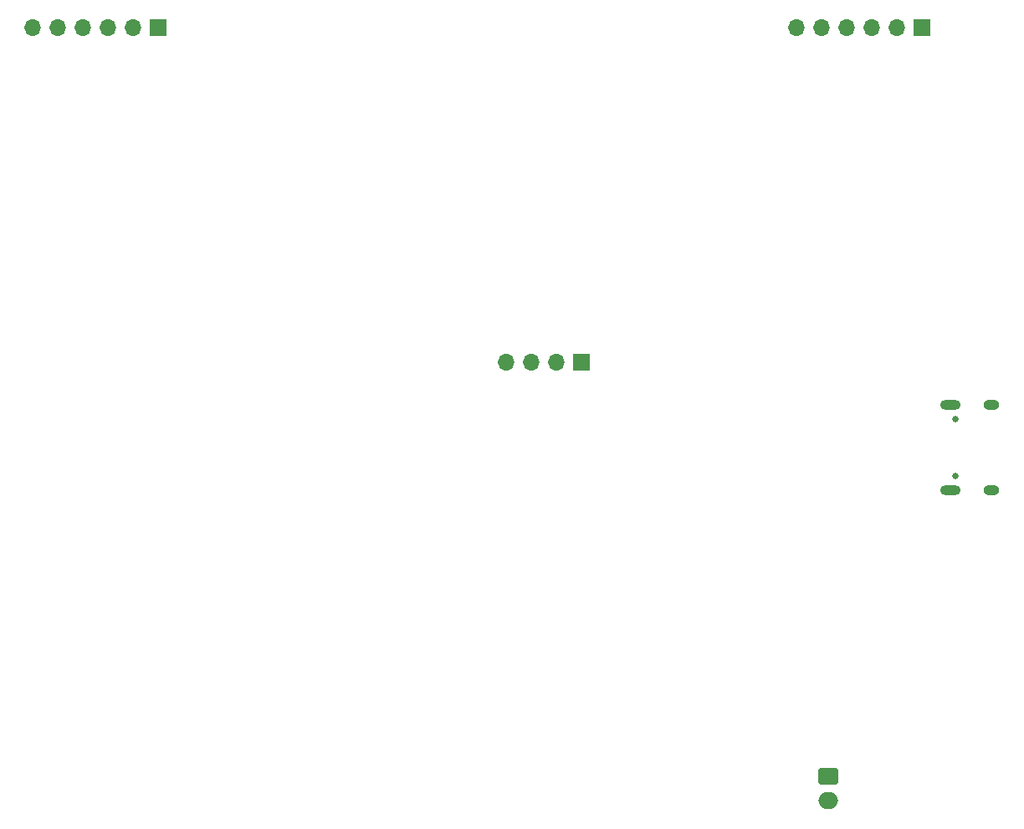
<source format=gbs>
G04 #@! TF.GenerationSoftware,KiCad,Pcbnew,(6.0.10-0)*
G04 #@! TF.CreationDate,2023-01-31T00:07:50+01:00*
G04 #@! TF.ProjectId,breast-module-proto-v1,62726561-7374-42d6-9d6f-64756c652d70,Proto V1*
G04 #@! TF.SameCoordinates,Original*
G04 #@! TF.FileFunction,Soldermask,Bot*
G04 #@! TF.FilePolarity,Negative*
%FSLAX46Y46*%
G04 Gerber Fmt 4.6, Leading zero omitted, Abs format (unit mm)*
G04 Created by KiCad (PCBNEW (6.0.10-0)) date 2023-01-31 00:07:50*
%MOMM*%
%LPD*%
G01*
G04 APERTURE LIST*
G04 Aperture macros list*
%AMRoundRect*
0 Rectangle with rounded corners*
0 $1 Rounding radius*
0 $2 $3 $4 $5 $6 $7 $8 $9 X,Y pos of 4 corners*
0 Add a 4 corners polygon primitive as box body*
4,1,4,$2,$3,$4,$5,$6,$7,$8,$9,$2,$3,0*
0 Add four circle primitives for the rounded corners*
1,1,$1+$1,$2,$3*
1,1,$1+$1,$4,$5*
1,1,$1+$1,$6,$7*
1,1,$1+$1,$8,$9*
0 Add four rect primitives between the rounded corners*
20,1,$1+$1,$2,$3,$4,$5,0*
20,1,$1+$1,$4,$5,$6,$7,0*
20,1,$1+$1,$6,$7,$8,$9,0*
20,1,$1+$1,$8,$9,$2,$3,0*%
G04 Aperture macros list end*
%ADD10R,1.700000X1.700000*%
%ADD11O,1.700000X1.700000*%
%ADD12C,0.650000*%
%ADD13O,2.100000X1.000000*%
%ADD14O,1.600000X1.000000*%
%ADD15RoundRect,0.250000X-0.750000X0.600000X-0.750000X-0.600000X0.750000X-0.600000X0.750000X0.600000X0*%
%ADD16O,2.000000X1.700000*%
G04 APERTURE END LIST*
D10*
X113200000Y-54000000D03*
D11*
X110660000Y-54000000D03*
X108120000Y-54000000D03*
X105580000Y-54000000D03*
X103040000Y-54000000D03*
X100500000Y-54000000D03*
D10*
X190500000Y-54000000D03*
D11*
X187960000Y-54000000D03*
X185420000Y-54000000D03*
X182880000Y-54000000D03*
X180340000Y-54000000D03*
X177800000Y-54000000D03*
D12*
X193900000Y-93610000D03*
X193900000Y-99390000D03*
D13*
X193370000Y-100820000D03*
X193370000Y-92180000D03*
D14*
X197550000Y-100820000D03*
X197550000Y-92180000D03*
D10*
X156000000Y-87825000D03*
D11*
X153460000Y-87825000D03*
X150920000Y-87825000D03*
X148380000Y-87825000D03*
D15*
X181000000Y-129750000D03*
D16*
X181000000Y-132250000D03*
M02*

</source>
